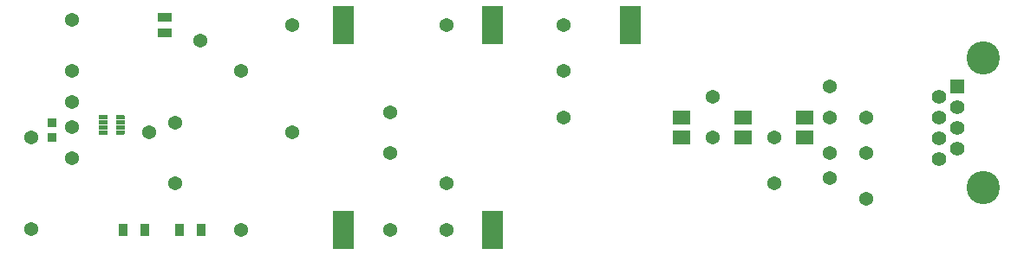
<source format=gts>
G04*
G04 #@! TF.GenerationSoftware,Altium Limited,Altium Designer,25.2.1 (25)*
G04*
G04 Layer_Color=8388736*
%FSLAX45Y45*%
%MOMM*%
G71*
G04*
G04 #@! TF.SameCoordinates,8265950A-D21A-4FE0-9DEA-03CE8DDB5557*
G04*
G04*
G04 #@! TF.FilePolarity,Negative*
G04*
G01*
G75*
%ADD15R,2.03000X3.80000*%
%ADD19R,1.35000X0.95000*%
%ADD20R,0.90000X1.30000*%
%ADD21R,1.65160X1.45160*%
%ADD22R,0.90160X0.90160*%
%ADD23C,3.25000*%
%ADD24R,1.39000X1.39000*%
%ADD25C,1.39000*%
%ADD26C,1.37160*%
G36*
X885400Y1470900D02*
X885900Y1470800D01*
X886300Y1470700D01*
X886800Y1470600D01*
X887200Y1470400D01*
X887700Y1470200D01*
X888100Y1470000D01*
X888500Y1469800D01*
X888900Y1469500D01*
X889300Y1469300D01*
X889700Y1469000D01*
X890000Y1468700D01*
X890400Y1468400D01*
X890700Y1468000D01*
X891000Y1467700D01*
X891300Y1467300D01*
X891500Y1466900D01*
X891800Y1466500D01*
X892000Y1466100D01*
X892200Y1465700D01*
X892400Y1465200D01*
X892600Y1464800D01*
X892700Y1464300D01*
X892800Y1463900D01*
X892900Y1463400D01*
X893000Y1462900D01*
Y1462500D01*
Y1462000D01*
Y1438000D01*
Y1437500D01*
Y1437100D01*
X892900Y1436600D01*
X892800Y1436100D01*
X892700Y1435700D01*
X892600Y1435200D01*
X892400Y1434800D01*
X892200Y1434300D01*
X892000Y1433900D01*
X891800Y1433500D01*
X891500Y1433100D01*
X891300Y1432700D01*
X891000Y1432300D01*
X890700Y1432000D01*
X890400Y1431600D01*
X890000Y1431300D01*
X889700Y1431000D01*
X889300Y1430700D01*
X888900Y1430500D01*
X888500Y1430200D01*
X888100Y1430000D01*
X887700Y1429800D01*
X887200Y1429600D01*
X886800Y1429400D01*
X886300Y1429300D01*
X885900Y1429200D01*
X885400Y1429100D01*
X884900Y1429000D01*
X815100D01*
X814600Y1429100D01*
X814100Y1429200D01*
X813700Y1429300D01*
X813200Y1429400D01*
X812800Y1429600D01*
X812300Y1429800D01*
X811900Y1430000D01*
X811500Y1430200D01*
X811100Y1430500D01*
X810700Y1430700D01*
X810300Y1431000D01*
X810000Y1431300D01*
X809600Y1431600D01*
X809300Y1432000D01*
X809000Y1432300D01*
X808700Y1432700D01*
X808500Y1433100D01*
X808200Y1433500D01*
X808000Y1433900D01*
X807800Y1434300D01*
X807600Y1434800D01*
X807400Y1435200D01*
X807300Y1435700D01*
X807200Y1436100D01*
X807100Y1436600D01*
X807000Y1437100D01*
Y1437500D01*
Y1438000D01*
Y1462000D01*
Y1462500D01*
Y1462900D01*
X807100Y1463400D01*
X807200Y1463900D01*
X807300Y1464300D01*
X807400Y1464800D01*
X807600Y1465200D01*
X807800Y1465700D01*
X808000Y1466100D01*
X808200Y1466500D01*
X808500Y1466900D01*
X808700Y1467300D01*
X809000Y1467700D01*
X809300Y1468000D01*
X809600Y1468400D01*
X810000Y1468700D01*
X810300Y1469000D01*
X810700Y1469300D01*
X811100Y1469500D01*
X811500Y1469800D01*
X811900Y1470000D01*
X812300Y1470200D01*
X812800Y1470400D01*
X813200Y1470600D01*
X813700Y1470700D01*
X814100Y1470800D01*
X814600Y1470900D01*
X815100Y1471000D01*
X884900D01*
X885400Y1470900D01*
D02*
G37*
G36*
Y1520900D02*
X885900Y1520800D01*
X886300Y1520700D01*
X886800Y1520600D01*
X887200Y1520400D01*
X887700Y1520200D01*
X888100Y1520000D01*
X888500Y1519800D01*
X888900Y1519500D01*
X889300Y1519300D01*
X889700Y1519000D01*
X890000Y1518700D01*
X890400Y1518400D01*
X890700Y1518000D01*
X891000Y1517700D01*
X891300Y1517300D01*
X891500Y1516900D01*
X891800Y1516500D01*
X892000Y1516100D01*
X892200Y1515700D01*
X892400Y1515200D01*
X892600Y1514800D01*
X892700Y1514300D01*
X892800Y1513900D01*
X892900Y1513400D01*
X893000Y1512900D01*
Y1512500D01*
Y1512000D01*
Y1488000D01*
Y1487500D01*
Y1487100D01*
X892900Y1486600D01*
X892800Y1486100D01*
X892700Y1485700D01*
X892600Y1485200D01*
X892400Y1484800D01*
X892200Y1484300D01*
X892000Y1483900D01*
X891800Y1483500D01*
X891500Y1483100D01*
X891300Y1482700D01*
X891000Y1482300D01*
X890700Y1482000D01*
X890400Y1481600D01*
X890000Y1481300D01*
X889700Y1481000D01*
X889300Y1480700D01*
X888900Y1480500D01*
X888500Y1480200D01*
X888100Y1480000D01*
X887700Y1479800D01*
X887200Y1479600D01*
X886800Y1479400D01*
X886300Y1479300D01*
X885900Y1479200D01*
X885400Y1479100D01*
X884900Y1479000D01*
X815100D01*
X814600Y1479100D01*
X814100Y1479200D01*
X813700Y1479300D01*
X813200Y1479400D01*
X812800Y1479600D01*
X812300Y1479800D01*
X811900Y1480000D01*
X811500Y1480200D01*
X811100Y1480500D01*
X810700Y1480700D01*
X810300Y1481000D01*
X810000Y1481300D01*
X809600Y1481600D01*
X809300Y1482000D01*
X809000Y1482300D01*
X808700Y1482700D01*
X808500Y1483100D01*
X808200Y1483500D01*
X808000Y1483900D01*
X807800Y1484300D01*
X807600Y1484800D01*
X807400Y1485200D01*
X807300Y1485700D01*
X807200Y1486100D01*
X807100Y1486600D01*
X807000Y1487100D01*
Y1487500D01*
Y1488000D01*
Y1512000D01*
Y1512500D01*
Y1512900D01*
X807100Y1513400D01*
X807200Y1513900D01*
X807300Y1514300D01*
X807400Y1514800D01*
X807600Y1515200D01*
X807800Y1515700D01*
X808000Y1516100D01*
X808200Y1516500D01*
X808500Y1516900D01*
X808700Y1517300D01*
X809000Y1517700D01*
X809300Y1518000D01*
X809600Y1518400D01*
X810000Y1518700D01*
X810300Y1519000D01*
X810700Y1519300D01*
X811100Y1519500D01*
X811500Y1519800D01*
X811900Y1520000D01*
X812300Y1520200D01*
X812800Y1520400D01*
X813200Y1520600D01*
X813700Y1520700D01*
X814100Y1520800D01*
X814600Y1520900D01*
X815100Y1521000D01*
X884900D01*
X885400Y1520900D01*
D02*
G37*
G36*
Y1570900D02*
X885900Y1570800D01*
X886300Y1570700D01*
X886800Y1570600D01*
X887200Y1570400D01*
X887700Y1570200D01*
X888100Y1570000D01*
X888500Y1569800D01*
X888900Y1569500D01*
X889300Y1569300D01*
X889700Y1569000D01*
X890000Y1568700D01*
X890400Y1568400D01*
X890700Y1568000D01*
X891000Y1567700D01*
X891300Y1567300D01*
X891500Y1566900D01*
X891800Y1566500D01*
X892000Y1566100D01*
X892200Y1565700D01*
X892400Y1565200D01*
X892600Y1564800D01*
X892700Y1564300D01*
X892800Y1563900D01*
X892900Y1563400D01*
X893000Y1562900D01*
Y1562500D01*
Y1562000D01*
Y1538000D01*
Y1537500D01*
Y1537100D01*
X892900Y1536600D01*
X892800Y1536100D01*
X892700Y1535700D01*
X892600Y1535200D01*
X892400Y1534800D01*
X892200Y1534300D01*
X892000Y1533900D01*
X891800Y1533500D01*
X891500Y1533100D01*
X891300Y1532700D01*
X891000Y1532300D01*
X890700Y1532000D01*
X890400Y1531600D01*
X890000Y1531300D01*
X889700Y1531000D01*
X889300Y1530700D01*
X888900Y1530500D01*
X888500Y1530200D01*
X888100Y1530000D01*
X887700Y1529800D01*
X887200Y1529600D01*
X886800Y1529400D01*
X886300Y1529300D01*
X885900Y1529200D01*
X885400Y1529100D01*
X884900Y1529000D01*
X815100D01*
X814600Y1529100D01*
X814100Y1529200D01*
X813700Y1529300D01*
X813200Y1529400D01*
X812800Y1529600D01*
X812300Y1529800D01*
X811900Y1530000D01*
X811500Y1530200D01*
X811100Y1530500D01*
X810700Y1530700D01*
X810300Y1531000D01*
X810000Y1531300D01*
X809600Y1531600D01*
X809300Y1532000D01*
X809000Y1532300D01*
X808700Y1532700D01*
X808500Y1533100D01*
X808200Y1533500D01*
X808000Y1533900D01*
X807800Y1534300D01*
X807600Y1534800D01*
X807400Y1535200D01*
X807300Y1535700D01*
X807200Y1536100D01*
X807100Y1536600D01*
X807000Y1537100D01*
Y1537500D01*
Y1538000D01*
Y1562000D01*
Y1562500D01*
Y1562900D01*
X807100Y1563400D01*
X807200Y1563900D01*
X807300Y1564300D01*
X807400Y1564800D01*
X807600Y1565200D01*
X807800Y1565700D01*
X808000Y1566100D01*
X808200Y1566500D01*
X808500Y1566900D01*
X808700Y1567300D01*
X809000Y1567700D01*
X809300Y1568000D01*
X809600Y1568400D01*
X810000Y1568700D01*
X810300Y1569000D01*
X810700Y1569300D01*
X811100Y1569500D01*
X811500Y1569800D01*
X811900Y1570000D01*
X812300Y1570200D01*
X812800Y1570400D01*
X813200Y1570600D01*
X813700Y1570700D01*
X814100Y1570800D01*
X814600Y1570900D01*
X815100Y1571000D01*
X884900D01*
X885400Y1570900D01*
D02*
G37*
G36*
Y1620900D02*
X885900Y1620800D01*
X886300Y1620700D01*
X886800Y1620600D01*
X887200Y1620400D01*
X887700Y1620200D01*
X888100Y1620000D01*
X888500Y1619800D01*
X888900Y1619500D01*
X889300Y1619300D01*
X889700Y1619000D01*
X890000Y1618700D01*
X890400Y1618400D01*
X890700Y1618000D01*
X891000Y1617700D01*
X891300Y1617300D01*
X891500Y1616900D01*
X891800Y1616500D01*
X892000Y1616100D01*
X892200Y1615700D01*
X892400Y1615200D01*
X892600Y1614800D01*
X892700Y1614300D01*
X892800Y1613900D01*
X892900Y1613400D01*
X893000Y1612900D01*
Y1612500D01*
Y1612000D01*
Y1588000D01*
Y1587500D01*
Y1587100D01*
X892900Y1586600D01*
X892800Y1586100D01*
X892700Y1585700D01*
X892600Y1585200D01*
X892400Y1584800D01*
X892200Y1584300D01*
X892000Y1583900D01*
X891800Y1583500D01*
X891500Y1583100D01*
X891300Y1582700D01*
X891000Y1582300D01*
X890700Y1582000D01*
X890400Y1581600D01*
X890000Y1581300D01*
X889700Y1581000D01*
X889300Y1580700D01*
X888900Y1580500D01*
X888500Y1580200D01*
X888100Y1580000D01*
X887700Y1579800D01*
X887200Y1579600D01*
X886800Y1579400D01*
X886300Y1579300D01*
X885900Y1579200D01*
X885400Y1579100D01*
X884900Y1579000D01*
X815100D01*
X814600Y1579100D01*
X814100Y1579200D01*
X813700Y1579300D01*
X813200Y1579400D01*
X812800Y1579600D01*
X812300Y1579800D01*
X811900Y1580000D01*
X811500Y1580200D01*
X811100Y1580500D01*
X810700Y1580700D01*
X810300Y1581000D01*
X810000Y1581300D01*
X809600Y1581600D01*
X809300Y1582000D01*
X809000Y1582300D01*
X808700Y1582700D01*
X808500Y1583100D01*
X808200Y1583500D01*
X808000Y1583900D01*
X807800Y1584300D01*
X807600Y1584800D01*
X807400Y1585200D01*
X807300Y1585700D01*
X807200Y1586100D01*
X807100Y1586600D01*
X807000Y1587100D01*
Y1587500D01*
Y1588000D01*
Y1612000D01*
Y1612500D01*
Y1612900D01*
X807100Y1613400D01*
X807200Y1613900D01*
X807300Y1614300D01*
X807400Y1614800D01*
X807600Y1615200D01*
X807800Y1615700D01*
X808000Y1616100D01*
X808200Y1616500D01*
X808500Y1616900D01*
X808700Y1617300D01*
X809000Y1617700D01*
X809300Y1618000D01*
X809600Y1618400D01*
X810000Y1618700D01*
X810300Y1619000D01*
X810700Y1619300D01*
X811100Y1619500D01*
X811500Y1619800D01*
X811900Y1620000D01*
X812300Y1620200D01*
X812800Y1620400D01*
X813200Y1620600D01*
X813700Y1620700D01*
X814100Y1620800D01*
X814600Y1620900D01*
X815100Y1621000D01*
X884900D01*
X885400Y1620900D01*
D02*
G37*
G36*
X1052400Y1470900D02*
X1052900Y1470800D01*
X1053300Y1470700D01*
X1053800Y1470600D01*
X1054200Y1470400D01*
X1054700Y1470200D01*
X1055100Y1470000D01*
X1055500Y1469800D01*
X1055900Y1469500D01*
X1056300Y1469300D01*
X1056700Y1469000D01*
X1057000Y1468700D01*
X1057400Y1468400D01*
X1057700Y1468000D01*
X1058000Y1467700D01*
X1058300Y1467300D01*
X1058500Y1466900D01*
X1058800Y1466500D01*
X1059000Y1466100D01*
X1059200Y1465700D01*
X1059400Y1465200D01*
X1059600Y1464800D01*
X1059700Y1464300D01*
X1059800Y1463900D01*
X1059900Y1463400D01*
X1060000Y1462900D01*
Y1462500D01*
Y1462000D01*
Y1438000D01*
Y1437500D01*
Y1437100D01*
X1059900Y1436600D01*
X1059800Y1436100D01*
X1059700Y1435700D01*
X1059600Y1435200D01*
X1059400Y1434800D01*
X1059200Y1434300D01*
X1059000Y1433900D01*
X1058800Y1433500D01*
X1058500Y1433100D01*
X1058300Y1432700D01*
X1058000Y1432300D01*
X1057700Y1432000D01*
X1057400Y1431600D01*
X1057000Y1431300D01*
X1056700Y1431000D01*
X1056300Y1430700D01*
X1055900Y1430500D01*
X1055500Y1430200D01*
X1055100Y1430000D01*
X1054700Y1429800D01*
X1054200Y1429600D01*
X1053800Y1429400D01*
X1053300Y1429300D01*
X1052900Y1429200D01*
X1052400Y1429100D01*
X1051900Y1429000D01*
X982100D01*
X981600Y1429100D01*
X981100Y1429200D01*
X980700Y1429300D01*
X980200Y1429400D01*
X979800Y1429600D01*
X979300Y1429800D01*
X978900Y1430000D01*
X978500Y1430200D01*
X978100Y1430500D01*
X977700Y1430700D01*
X977300Y1431000D01*
X977000Y1431300D01*
X976600Y1431600D01*
X976300Y1432000D01*
X976000Y1432300D01*
X975700Y1432700D01*
X975500Y1433100D01*
X975200Y1433500D01*
X975000Y1433900D01*
X974800Y1434300D01*
X974600Y1434800D01*
X974400Y1435200D01*
X974300Y1435700D01*
X974200Y1436100D01*
X974100Y1436600D01*
X974000Y1437100D01*
Y1437500D01*
Y1438000D01*
Y1462000D01*
Y1462500D01*
Y1462900D01*
X974100Y1463400D01*
X974200Y1463900D01*
X974300Y1464300D01*
X974400Y1464800D01*
X974600Y1465200D01*
X974800Y1465700D01*
X975000Y1466100D01*
X975200Y1466500D01*
X975500Y1466900D01*
X975700Y1467300D01*
X976000Y1467700D01*
X976300Y1468000D01*
X976600Y1468400D01*
X977000Y1468700D01*
X977300Y1469000D01*
X977700Y1469300D01*
X978100Y1469500D01*
X978500Y1469800D01*
X978900Y1470000D01*
X979300Y1470200D01*
X979800Y1470400D01*
X980200Y1470600D01*
X980700Y1470700D01*
X981100Y1470800D01*
X981600Y1470900D01*
X982100Y1471000D01*
X1051900D01*
X1052400Y1470900D01*
D02*
G37*
G36*
Y1520900D02*
X1052900Y1520800D01*
X1053300Y1520700D01*
X1053800Y1520600D01*
X1054200Y1520400D01*
X1054700Y1520200D01*
X1055100Y1520000D01*
X1055500Y1519800D01*
X1055900Y1519500D01*
X1056300Y1519300D01*
X1056700Y1519000D01*
X1057000Y1518700D01*
X1057400Y1518400D01*
X1057700Y1518000D01*
X1058000Y1517700D01*
X1058300Y1517300D01*
X1058500Y1516900D01*
X1058800Y1516500D01*
X1059000Y1516100D01*
X1059200Y1515700D01*
X1059400Y1515200D01*
X1059600Y1514800D01*
X1059700Y1514300D01*
X1059800Y1513900D01*
X1059900Y1513400D01*
X1060000Y1512900D01*
Y1512500D01*
Y1512000D01*
Y1488000D01*
Y1487500D01*
Y1487100D01*
X1059900Y1486600D01*
X1059800Y1486100D01*
X1059700Y1485700D01*
X1059600Y1485200D01*
X1059400Y1484800D01*
X1059200Y1484300D01*
X1059000Y1483900D01*
X1058800Y1483500D01*
X1058500Y1483100D01*
X1058300Y1482700D01*
X1058000Y1482300D01*
X1057700Y1482000D01*
X1057400Y1481600D01*
X1057000Y1481300D01*
X1056700Y1481000D01*
X1056300Y1480700D01*
X1055900Y1480500D01*
X1055500Y1480200D01*
X1055100Y1480000D01*
X1054700Y1479800D01*
X1054200Y1479600D01*
X1053800Y1479400D01*
X1053300Y1479300D01*
X1052900Y1479200D01*
X1052400Y1479100D01*
X1051900Y1479000D01*
X982100D01*
X981600Y1479100D01*
X981100Y1479200D01*
X980700Y1479300D01*
X980200Y1479400D01*
X979800Y1479600D01*
X979300Y1479800D01*
X978900Y1480000D01*
X978500Y1480200D01*
X978100Y1480500D01*
X977700Y1480700D01*
X977300Y1481000D01*
X977000Y1481300D01*
X976600Y1481600D01*
X976300Y1482000D01*
X976000Y1482300D01*
X975700Y1482700D01*
X975500Y1483100D01*
X975200Y1483500D01*
X975000Y1483900D01*
X974800Y1484300D01*
X974600Y1484800D01*
X974400Y1485200D01*
X974300Y1485700D01*
X974200Y1486100D01*
X974100Y1486600D01*
X974000Y1487100D01*
Y1487500D01*
Y1488000D01*
Y1512000D01*
Y1512500D01*
Y1512900D01*
X974100Y1513400D01*
X974200Y1513900D01*
X974300Y1514300D01*
X974400Y1514800D01*
X974600Y1515200D01*
X974800Y1515700D01*
X975000Y1516100D01*
X975200Y1516500D01*
X975500Y1516900D01*
X975700Y1517300D01*
X976000Y1517700D01*
X976300Y1518000D01*
X976600Y1518400D01*
X977000Y1518700D01*
X977300Y1519000D01*
X977700Y1519300D01*
X978100Y1519500D01*
X978500Y1519800D01*
X978900Y1520000D01*
X979300Y1520200D01*
X979800Y1520400D01*
X980200Y1520600D01*
X980700Y1520700D01*
X981100Y1520800D01*
X981600Y1520900D01*
X982100Y1521000D01*
X1051900D01*
X1052400Y1520900D01*
D02*
G37*
G36*
Y1570900D02*
X1052900Y1570800D01*
X1053300Y1570700D01*
X1053800Y1570600D01*
X1054200Y1570400D01*
X1054700Y1570200D01*
X1055100Y1570000D01*
X1055500Y1569800D01*
X1055900Y1569500D01*
X1056300Y1569300D01*
X1056700Y1569000D01*
X1057000Y1568700D01*
X1057400Y1568400D01*
X1057700Y1568000D01*
X1058000Y1567700D01*
X1058300Y1567300D01*
X1058500Y1566900D01*
X1058800Y1566500D01*
X1059000Y1566100D01*
X1059200Y1565700D01*
X1059400Y1565200D01*
X1059600Y1564800D01*
X1059700Y1564300D01*
X1059800Y1563900D01*
X1059900Y1563400D01*
X1060000Y1562900D01*
Y1562500D01*
Y1562000D01*
Y1538000D01*
Y1537500D01*
Y1537100D01*
X1059900Y1536600D01*
X1059800Y1536100D01*
X1059700Y1535700D01*
X1059600Y1535200D01*
X1059400Y1534800D01*
X1059200Y1534300D01*
X1059000Y1533900D01*
X1058800Y1533500D01*
X1058500Y1533100D01*
X1058300Y1532700D01*
X1058000Y1532300D01*
X1057700Y1532000D01*
X1057400Y1531600D01*
X1057000Y1531300D01*
X1056700Y1531000D01*
X1056300Y1530700D01*
X1055900Y1530500D01*
X1055500Y1530200D01*
X1055100Y1530000D01*
X1054700Y1529800D01*
X1054200Y1529600D01*
X1053800Y1529400D01*
X1053300Y1529300D01*
X1052900Y1529200D01*
X1052400Y1529100D01*
X1051900Y1529000D01*
X982100D01*
X981600Y1529100D01*
X981100Y1529200D01*
X980700Y1529300D01*
X980200Y1529400D01*
X979800Y1529600D01*
X979300Y1529800D01*
X978900Y1530000D01*
X978500Y1530200D01*
X978100Y1530500D01*
X977700Y1530700D01*
X977300Y1531000D01*
X977000Y1531300D01*
X976600Y1531600D01*
X976300Y1532000D01*
X976000Y1532300D01*
X975700Y1532700D01*
X975500Y1533100D01*
X975200Y1533500D01*
X975000Y1533900D01*
X974800Y1534300D01*
X974600Y1534800D01*
X974400Y1535200D01*
X974300Y1535700D01*
X974200Y1536100D01*
X974100Y1536600D01*
X974000Y1537100D01*
Y1537500D01*
Y1538000D01*
Y1562000D01*
Y1562500D01*
Y1562900D01*
X974100Y1563400D01*
X974200Y1563900D01*
X974300Y1564300D01*
X974400Y1564800D01*
X974600Y1565200D01*
X974800Y1565700D01*
X975000Y1566100D01*
X975200Y1566500D01*
X975500Y1566900D01*
X975700Y1567300D01*
X976000Y1567700D01*
X976300Y1568000D01*
X976600Y1568400D01*
X977000Y1568700D01*
X977300Y1569000D01*
X977700Y1569300D01*
X978100Y1569500D01*
X978500Y1569800D01*
X978900Y1570000D01*
X979300Y1570200D01*
X979800Y1570400D01*
X980200Y1570600D01*
X980700Y1570700D01*
X981100Y1570800D01*
X981600Y1570900D01*
X982100Y1571000D01*
X1051900D01*
X1052400Y1570900D01*
D02*
G37*
G36*
Y1620900D02*
X1052900Y1620800D01*
X1053300Y1620700D01*
X1053800Y1620600D01*
X1054200Y1620400D01*
X1054700Y1620200D01*
X1055100Y1620000D01*
X1055500Y1619800D01*
X1055900Y1619500D01*
X1056300Y1619300D01*
X1056700Y1619000D01*
X1057000Y1618700D01*
X1057400Y1618400D01*
X1057700Y1618000D01*
X1058000Y1617700D01*
X1058300Y1617300D01*
X1058500Y1616900D01*
X1058800Y1616500D01*
X1059000Y1616100D01*
X1059200Y1615700D01*
X1059400Y1615200D01*
X1059600Y1614800D01*
X1059700Y1614300D01*
X1059800Y1613900D01*
X1059900Y1613400D01*
X1060000Y1612900D01*
Y1612500D01*
Y1612000D01*
Y1588000D01*
Y1587500D01*
Y1587100D01*
X1059900Y1586600D01*
X1059800Y1586100D01*
X1059700Y1585700D01*
X1059600Y1585200D01*
X1059400Y1584800D01*
X1059200Y1584300D01*
X1059000Y1583900D01*
X1058800Y1583500D01*
X1058500Y1583100D01*
X1058300Y1582700D01*
X1058000Y1582300D01*
X1057700Y1582000D01*
X1057400Y1581600D01*
X1057000Y1581300D01*
X1056700Y1581000D01*
X1056300Y1580700D01*
X1055900Y1580500D01*
X1055500Y1580200D01*
X1055100Y1580000D01*
X1054700Y1579800D01*
X1054200Y1579600D01*
X1053800Y1579400D01*
X1053300Y1579300D01*
X1052900Y1579200D01*
X1052400Y1579100D01*
X1051900Y1579000D01*
X982100D01*
X981600Y1579100D01*
X981100Y1579200D01*
X980700Y1579300D01*
X980200Y1579400D01*
X979800Y1579600D01*
X979300Y1579800D01*
X978900Y1580000D01*
X978500Y1580200D01*
X978100Y1580500D01*
X977700Y1580700D01*
X977300Y1581000D01*
X977000Y1581300D01*
X976600Y1581600D01*
X976300Y1582000D01*
X976000Y1582300D01*
X975700Y1582700D01*
X975500Y1583100D01*
X975200Y1583500D01*
X975000Y1583900D01*
X974800Y1584300D01*
X974600Y1584800D01*
X974400Y1585200D01*
X974300Y1585700D01*
X974200Y1586100D01*
X974100Y1586600D01*
X974000Y1587100D01*
Y1587500D01*
Y1588000D01*
Y1612000D01*
Y1612500D01*
Y1612900D01*
X974100Y1613400D01*
X974200Y1613900D01*
X974300Y1614300D01*
X974400Y1614800D01*
X974600Y1615200D01*
X974800Y1615700D01*
X975000Y1616100D01*
X975200Y1616500D01*
X975500Y1616900D01*
X975700Y1617300D01*
X976000Y1617700D01*
X976300Y1618000D01*
X976600Y1618400D01*
X977000Y1618700D01*
X977300Y1619000D01*
X977700Y1619300D01*
X978100Y1619500D01*
X978500Y1619800D01*
X978900Y1620000D01*
X979300Y1620200D01*
X979800Y1620400D01*
X980200Y1620600D01*
X980700Y1620700D01*
X981100Y1620800D01*
X981600Y1620900D01*
X982100Y1621000D01*
X1051900D01*
X1052400Y1620900D01*
D02*
G37*
D15*
X3200000Y2500000D02*
D03*
X4650000D02*
D03*
X6000000D02*
D03*
X4650000Y500000D02*
D03*
X3200000D02*
D03*
D19*
X1450000Y2425000D02*
D03*
Y2575000D02*
D03*
D20*
X1255000Y500000D02*
D03*
X1045000D02*
D03*
X1805000D02*
D03*
X1595000D02*
D03*
D21*
X6500000Y1597500D02*
D03*
Y1402500D02*
D03*
X7100000Y1597500D02*
D03*
Y1402500D02*
D03*
X7700000Y1597500D02*
D03*
Y1402500D02*
D03*
D22*
X350000Y1550000D02*
D03*
Y1400000D02*
D03*
D23*
X9441300Y915000D02*
D03*
Y2185000D02*
D03*
D24*
X9187300Y1905600D02*
D03*
D25*
X9009500Y1804000D02*
D03*
X9187300Y1702400D02*
D03*
X9009500Y1600800D02*
D03*
X9187300Y1499200D02*
D03*
X9009500Y1397600D02*
D03*
X9187300Y1296000D02*
D03*
X9009500Y1194400D02*
D03*
D26*
X3650000Y500000D02*
D03*
Y1650000D02*
D03*
Y1250000D02*
D03*
X8300000Y1600000D02*
D03*
X4200000Y2500000D02*
D03*
X1800000Y2350000D02*
D03*
X550000Y2550000D02*
D03*
Y2050000D02*
D03*
Y1750000D02*
D03*
X1300000Y1450000D02*
D03*
X550000Y1200000D02*
D03*
Y1500000D02*
D03*
X8300000Y1250000D02*
D03*
Y800000D02*
D03*
X7400000Y1400000D02*
D03*
Y950000D02*
D03*
X4200000Y500000D02*
D03*
Y950000D02*
D03*
X1550000D02*
D03*
Y1550000D02*
D03*
X7950000Y1000000D02*
D03*
X7948400Y1251600D02*
D03*
X7950000Y1900000D02*
D03*
Y1600000D02*
D03*
X6800000Y1800000D02*
D03*
Y1400000D02*
D03*
X5350000Y1600000D02*
D03*
Y2500000D02*
D03*
Y2050000D02*
D03*
X2700000Y2500000D02*
D03*
Y1450000D02*
D03*
X2200000Y2050000D02*
D03*
Y500000D02*
D03*
X151005Y502431D02*
D03*
X150000Y1400000D02*
D03*
M02*

</source>
